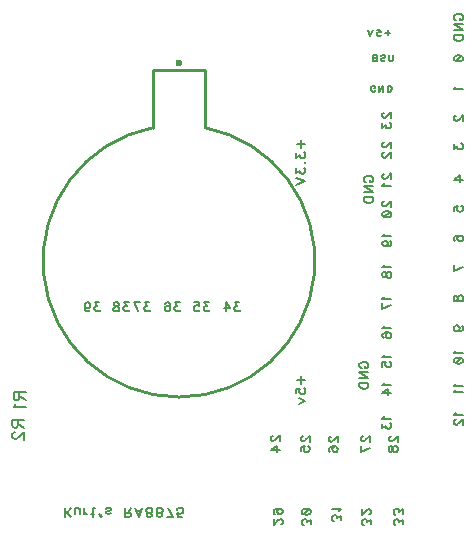
<source format=gbo>
G04 DipTrace 3.3.1.3*
G04 T4RA8875TouchShieldcastellated.gbo*
%MOIN*%
G04 #@! TF.FileFunction,Legend,Bot*
G04 #@! TF.Part,Single*
%ADD10C,0.009843*%
%ADD33C,0.023566*%
G04 #@! TA.AperFunction,Conductor*
%ADD18C,0.007*%
%ADD95C,0.006176*%
%FSLAX26Y26*%
G04*
G70*
G90*
G75*
G01*
G04 BotSilk*
%LPD*%
D33*
X1403700Y1965338D3*
X1317049Y1943185D2*
D10*
X1490351D1*
X1317049D2*
Y1750670D1*
X1490351Y1943185D2*
Y1754268D1*
X1317049Y1750670D2*
G03X1490351Y1750670I86651J-444836D01*
G01*
X872003Y868070D2*
D95*
Y850871D1*
X870057Y845123D1*
X868156Y843177D1*
X864354Y841276D1*
X860507D1*
X856704Y843177D1*
X854759Y845123D1*
X852858Y850871D1*
Y868071D1*
X893050Y868070D1*
X872003Y854673D2*
X893050Y841276D1*
X860551Y828924D2*
X858606Y825078D1*
X852902Y819330D1*
X893050D1*
X867003Y776670D2*
Y759471D1*
X865057Y753723D1*
X863156Y751777D1*
X859354Y749876D1*
X855507D1*
X851704Y751777D1*
X849759Y753723D1*
X847858Y759471D1*
Y776670D1*
X888050D1*
X867003Y763273D2*
X888050Y749876D1*
X857452Y735579D2*
X855551D1*
X851704Y733678D1*
X849803Y731776D1*
X847902Y727930D1*
Y720280D1*
X849803Y716478D1*
X851704Y714577D1*
X855551Y712631D1*
X859354D1*
X863200Y714577D1*
X868904Y718379D1*
X888050Y737524D1*
Y710730D1*
X1022558Y453318D2*
D18*
Y483462D1*
X1042654Y453318D2*
X1022558Y473414D1*
X1029721Y466218D2*
X1042654Y483462D1*
X1056654Y463366D2*
Y477725D1*
X1058080Y482003D1*
X1060965Y483462D1*
X1065276D1*
X1068128Y482003D1*
X1072439Y477725D1*
Y463366D2*
Y483462D1*
X1086439Y463366D2*
Y483462D1*
Y471988D2*
X1087898Y467677D1*
X1090750Y464792D1*
X1093635Y463366D1*
X1097946D1*
X1116257Y453318D2*
Y477725D1*
X1117683Y482003D1*
X1120568Y483462D1*
X1123420D1*
X1111946Y463366D2*
X1121994D1*
X1144616Y453351D2*
X1137420Y461973D1*
X1146042Y454777D1*
X1144616Y453351D1*
X1175827Y467677D2*
X1174401Y464792D1*
X1170090Y463366D1*
X1165779D1*
X1161468Y464792D1*
X1160042Y467677D1*
X1161468Y470529D1*
X1164353Y471988D1*
X1171516Y473414D1*
X1174401Y474840D1*
X1175827Y477725D1*
Y479151D1*
X1174401Y482003D1*
X1170090Y483462D1*
X1165779D1*
X1161468Y482003D1*
X1160042Y479151D1*
X1223724Y467677D2*
X1236624D1*
X1240935Y466218D1*
X1242394Y464792D1*
X1243820Y461940D1*
Y459055D1*
X1242394Y456203D1*
X1240935Y454744D1*
X1236624Y453318D1*
X1223724D1*
Y483462D1*
X1233772Y467677D2*
X1243820Y483462D1*
X1280801D2*
X1269294Y453318D1*
X1257820Y483462D1*
X1262131Y473414D2*
X1276490D1*
X1301964Y453351D2*
X1297686Y454777D1*
X1296227Y457629D1*
Y460514D1*
X1297686Y463366D1*
X1300538Y464825D1*
X1306275Y466251D1*
X1310586Y467677D1*
X1313438Y470562D1*
X1314864Y473414D1*
Y477725D1*
X1313438Y480577D1*
X1312012Y482036D1*
X1307701Y483462D1*
X1301964D1*
X1297686Y482036D1*
X1296227Y480577D1*
X1294801Y477725D1*
Y473414D1*
X1296227Y470562D1*
X1299112Y467677D1*
X1303390Y466251D1*
X1309127Y464825D1*
X1312012Y463366D1*
X1313438Y460514D1*
Y457629D1*
X1312012Y454777D1*
X1307701Y453351D1*
X1301964D1*
X1336027D2*
X1331749Y454777D1*
X1330290Y457629D1*
Y460514D1*
X1331749Y463366D1*
X1334601Y464825D1*
X1340338Y466251D1*
X1344649Y467677D1*
X1347501Y470562D1*
X1348927Y473414D1*
Y477725D1*
X1347501Y480577D1*
X1346075Y482036D1*
X1341764Y483462D1*
X1336027D1*
X1331749Y482036D1*
X1330290Y480577D1*
X1328864Y477725D1*
Y473414D1*
X1330290Y470562D1*
X1333175Y467677D1*
X1337453Y466251D1*
X1343190Y464825D1*
X1346075Y463366D1*
X1347501Y460514D1*
Y457629D1*
X1346075Y454777D1*
X1341764Y453351D1*
X1336027D1*
X1368664Y483462D2*
X1383023Y453351D1*
X1362927D1*
X1414233D2*
X1399908D1*
X1398482Y466251D1*
X1399908Y464825D1*
X1404219Y463366D1*
X1408496D1*
X1412807Y464825D1*
X1415693Y467677D1*
X1417119Y471988D1*
Y474840D1*
X1415693Y479151D1*
X1412807Y482036D1*
X1408497Y483462D1*
X1404219D1*
X1399908Y482036D1*
X1398482Y480577D1*
X1397023Y477725D1*
X2086891Y788294D2*
X2085432Y785409D1*
X2081154Y781098D1*
X2111265D1*
X2081154Y764213D2*
Y748461D1*
X2092628Y757050D1*
Y752739D1*
X2094054Y749887D1*
X2095480Y748461D1*
X2099791Y747002D1*
X2102643D1*
X2106954Y748461D1*
X2109839Y751313D1*
X2111265Y755624D1*
Y759935D1*
X2109839Y764213D1*
X2108380Y765639D1*
X2105528Y767098D1*
X2086891Y900517D2*
X2085432Y897631D1*
X2081154Y893320D1*
X2111265D1*
Y864961D2*
X2081154D1*
X2101217Y879320D1*
Y857799D1*
X2086891Y992564D2*
X2085432Y989679D1*
X2081154Y985368D1*
X2111265D1*
X2081154Y954157D2*
Y968483D1*
X2094054Y969909D1*
X2092628Y968483D1*
X2091169Y964172D1*
Y959894D1*
X2092628Y955583D1*
X2095480Y952698D1*
X2099791Y951272D1*
X2102643D1*
X2106954Y952698D1*
X2109839Y955583D1*
X2111265Y959894D1*
Y964172D1*
X2109839Y968483D1*
X2108380Y969909D1*
X2105528Y971368D1*
X2086891Y1089403D2*
X2085432Y1086518D1*
X2081154Y1082207D1*
X2111265D1*
X2085432Y1050996D2*
X2082580Y1052422D1*
X2081154Y1056733D1*
Y1059585D1*
X2082580Y1063896D1*
X2086891Y1066781D1*
X2094054Y1068207D1*
X2101217D1*
X2106954Y1066781D1*
X2109839Y1063896D1*
X2111265Y1059585D1*
Y1058159D1*
X2109839Y1053881D1*
X2106954Y1050996D1*
X2102643Y1049570D1*
X2101217D1*
X2096906Y1050996D1*
X2094054Y1053881D1*
X2092628Y1058159D1*
Y1059585D1*
X2094054Y1063896D1*
X2096906Y1066781D1*
X2101217Y1068207D1*
X2086891Y1187701D2*
X2085432Y1184816D1*
X2081154Y1180505D1*
X2111265D1*
Y1160768D2*
X2081154Y1146409D1*
Y1166505D1*
X2086891Y1292215D2*
X2085432Y1289330D1*
X2081154Y1285019D1*
X2111265D1*
X2081154Y1263856D2*
X2082580Y1268134D1*
X2085432Y1269593D1*
X2088317D1*
X2091169Y1268134D1*
X2092628Y1265282D1*
X2094054Y1259545D1*
X2095480Y1255234D1*
X2098365Y1252382D1*
X2101217Y1250956D1*
X2105528D1*
X2108380Y1252382D1*
X2109839Y1253808D1*
X2111265Y1258119D1*
Y1263856D1*
X2109839Y1268134D1*
X2108380Y1269593D1*
X2105528Y1271019D1*
X2101217D1*
X2098365Y1269593D1*
X2095480Y1266708D1*
X2094054Y1262430D1*
X2092628Y1256693D1*
X2091169Y1253808D1*
X2088317Y1252382D1*
X2085432D1*
X2082580Y1253808D1*
X2081154Y1258119D1*
Y1263856D1*
X2086891Y1395335D2*
X2085432Y1392450D1*
X2081154Y1388139D1*
X2111265D1*
X2091169Y1355469D2*
X2095480Y1356928D1*
X2098365Y1359780D1*
X2099791Y1364091D1*
Y1365517D1*
X2098365Y1369828D1*
X2095480Y1372680D1*
X2091169Y1374139D1*
X2089743D1*
X2085432Y1372680D1*
X2082580Y1369828D1*
X2081154Y1365517D1*
Y1364091D1*
X2082580Y1359780D1*
X2085432Y1356928D1*
X2091169Y1355469D1*
X2098365D1*
X2105528Y1356928D1*
X2109839Y1359780D1*
X2111265Y1364091D1*
Y1366943D1*
X2109839Y1371254D1*
X2106954Y1372680D1*
X2088317Y1505073D2*
X2086891D1*
X2084006Y1503647D1*
X2082580Y1502221D1*
X2081154Y1499336D1*
Y1493599D1*
X2082580Y1490748D1*
X2084006Y1489322D1*
X2086891Y1487862D1*
X2089743D1*
X2092628Y1489322D1*
X2096906Y1492173D1*
X2111265Y1506532D1*
Y1486436D1*
X2081154Y1463814D2*
X2082580Y1468126D1*
X2086891Y1471011D1*
X2094054Y1472437D1*
X2098365D1*
X2105528Y1471011D1*
X2109839Y1468125D1*
X2111265Y1463814D1*
Y1460963D1*
X2109839Y1456652D1*
X2105528Y1453800D1*
X2098365Y1452341D1*
X2094054D1*
X2086891Y1453800D1*
X2082580Y1456652D1*
X2081154Y1460963D1*
Y1463814D1*
X2086891Y1453800D2*
X2105528Y1471011D1*
X2088317Y1597121D2*
X2086891D1*
X2084006Y1595695D1*
X2082580Y1594269D1*
X2081154Y1591384D1*
Y1585647D1*
X2082580Y1582795D1*
X2084006Y1581369D1*
X2086891Y1579910D1*
X2089743D1*
X2092628Y1581369D1*
X2096906Y1584221D1*
X2111265Y1598580D1*
Y1578484D1*
X2086891Y1564484D2*
X2085432Y1561599D1*
X2081154Y1557288D1*
X2111265D1*
X2088317Y1702069D2*
X2086891D1*
X2084006Y1700643D1*
X2082580Y1699218D1*
X2081154Y1696332D1*
Y1690595D1*
X2082580Y1687744D1*
X2084006Y1686318D1*
X2086891Y1684859D1*
X2089743D1*
X2092628Y1686318D1*
X2096906Y1689170D1*
X2111265Y1703528D1*
Y1683432D1*
X2088317Y1667973D2*
X2086891D1*
X2084006Y1666548D1*
X2082580Y1665122D1*
X2081154Y1662237D1*
Y1656500D1*
X2082580Y1653648D1*
X2084006Y1652222D1*
X2086891Y1650763D1*
X2089743D1*
X2092628Y1652222D1*
X2096906Y1655074D1*
X2111265Y1669433D1*
Y1649337D1*
X2117740Y1992663D2*
Y1978315D1*
X2116789Y1975441D1*
X2114866Y1973539D1*
X2111992Y1972567D1*
X2110090D1*
X2107216Y1973539D1*
X2105293Y1975441D1*
X2104342Y1978315D1*
Y1992663D1*
X2076945Y1989789D2*
X2078846Y1991712D1*
X2081720Y1992663D1*
X2085545D1*
X2088419Y1991712D1*
X2090342Y1989789D1*
Y1987887D1*
X2089370Y1985964D1*
X2088419Y1985013D1*
X2086518Y1984063D1*
X2080770Y1982139D1*
X2078846Y1981189D1*
X2077896Y1980216D1*
X2076945Y1978315D1*
Y1975441D1*
X2078846Y1973539D1*
X2081720Y1972567D1*
X2085545D1*
X2088419Y1973539D1*
X2090342Y1975441D1*
X2062945Y1992663D2*
Y1972567D1*
X2054323D1*
X2051449Y1973539D1*
X2050498Y1974490D1*
X2049548Y1976391D1*
Y1979265D1*
X2050498Y1981189D1*
X2051449Y1982139D1*
X2054323Y1983090D1*
X2051449Y1984063D1*
X2050498Y1985013D1*
X2049548Y1986915D1*
Y1988838D1*
X2050498Y1990739D1*
X2051449Y1991712D1*
X2054323Y1992663D1*
X2062945D1*
Y1983090D2*
X2054323D1*
X2057945Y1875744D2*
X2056994Y1873842D1*
X2055071Y1871919D1*
X2053169Y1870968D1*
X2049345D1*
X2047421Y1871919D1*
X2045520Y1873842D1*
X2044547Y1875744D1*
X2043597Y1878618D1*
Y1883415D1*
X2044547Y1886267D1*
X2045520Y1888190D1*
X2047421Y1890092D1*
X2049345Y1891064D1*
X2053169D1*
X2055071Y1890092D1*
X2056994Y1888190D1*
X2057945Y1886267D1*
Y1883415D1*
X2053169D1*
X2085342Y1870968D2*
Y1891064D1*
X2071945Y1870968D1*
Y1891064D1*
X2099342Y1870968D2*
Y1891064D1*
X2106041D1*
X2108915Y1890092D1*
X2110838Y1888190D1*
X2111789Y1886267D1*
X2112739Y1883415D1*
Y1878618D1*
X2111789Y1875744D1*
X2110838Y1873842D1*
X2108915Y1871919D1*
X2106041Y1870968D1*
X2099342D1*
X2088317Y1800768D2*
X2086891D1*
X2084006Y1799342D1*
X2082580Y1797916D1*
X2081154Y1795031D1*
Y1789294D1*
X2082580Y1786442D1*
X2084006Y1785016D1*
X2086891Y1783557D1*
X2089743D1*
X2092628Y1785016D1*
X2096906Y1787868D1*
X2111265Y1802227D1*
Y1782131D1*
X2081154Y1765246D2*
Y1749494D1*
X2092628Y1758083D1*
Y1753772D1*
X2094054Y1750920D1*
X2095480Y1749494D1*
X2099791Y1748035D1*
X2102643D1*
X2106954Y1749494D1*
X2109839Y1752346D1*
X2111265Y1756657D1*
Y1760968D1*
X2109839Y1765246D1*
X2108380Y1766672D1*
X2105528Y1768131D1*
X2099141Y2075455D2*
Y2058233D1*
X2107741Y2066833D2*
X2090519D1*
X2065045Y2076881D2*
X2074596D1*
X2075547Y2068281D1*
X2074596Y2069231D1*
X2071722Y2070204D1*
X2068870D1*
X2065996Y2069231D1*
X2064073Y2067330D1*
X2063122Y2064456D1*
Y2062555D1*
X2064073Y2059681D1*
X2065996Y2057757D1*
X2068870Y2056807D1*
X2071722D1*
X2074596Y2057757D1*
X2075547Y2058730D1*
X2076519Y2060631D1*
X2049122Y2076903D2*
X2041473Y2056807D1*
X2033823Y2076903D1*
X2350276Y1577593D2*
X2320165D1*
X2340228Y1591952D1*
Y1570430D1*
X2320165Y1473233D2*
Y1487559D1*
X2333065Y1488985D1*
X2331639Y1487559D1*
X2330180Y1483248D1*
Y1478970D1*
X2331639Y1474659D1*
X2334491Y1471774D1*
X2338802Y1470348D1*
X2341653D1*
X2345964Y1471774D1*
X2348850Y1474659D1*
X2350276Y1478970D1*
Y1483248D1*
X2348850Y1487559D1*
X2347391Y1488985D1*
X2344539Y1490444D1*
X2324443Y1373152D2*
X2321591Y1374578D1*
X2320165Y1378889D1*
Y1381741D1*
X2321591Y1386052D1*
X2325902Y1388937D1*
X2333065Y1390363D1*
X2340228D1*
X2345965Y1388937D1*
X2348850Y1386052D1*
X2350276Y1381741D1*
Y1380315D1*
X2348850Y1376037D1*
X2345964Y1373152D1*
X2341653Y1371726D1*
X2340228D1*
X2335916Y1373152D1*
X2333065Y1376037D1*
X2331639Y1380315D1*
Y1381741D1*
X2333065Y1386052D1*
X2335917Y1388937D1*
X2340228Y1390363D1*
X2350276Y1286003D2*
X2320165Y1271644D1*
Y1291740D1*
Y1184495D2*
X2321591Y1188773D1*
X2324443Y1190232D1*
X2327328D1*
X2330180Y1188773D1*
X2331639Y1185921D1*
X2333065Y1180184D1*
X2334491Y1175873D1*
X2337376Y1173021D1*
X2340228Y1171595D1*
X2344539D1*
X2347390Y1173021D1*
X2348850Y1174447D1*
X2350276Y1178758D1*
Y1184495D1*
X2348850Y1188773D1*
X2347391Y1190232D1*
X2344539Y1191658D1*
X2340228D1*
X2337376Y1190232D1*
X2334491Y1187347D1*
X2333065Y1183069D1*
X2331639Y1177332D1*
X2330180Y1174447D1*
X2327328Y1173021D1*
X2324443D1*
X2321591Y1174447D1*
X2320165Y1178758D1*
Y1184495D1*
X2330180Y1072939D2*
X2334491Y1074398D1*
X2337376Y1077250D1*
X2338802Y1081561D1*
Y1082987D1*
X2337376Y1087298D1*
X2334491Y1090150D1*
X2330180Y1091609D1*
X2328754D1*
X2324443Y1090150D1*
X2321591Y1087298D1*
X2320165Y1082987D1*
Y1081561D1*
X2321591Y1077250D1*
X2324443Y1074398D1*
X2330180Y1072939D1*
X2337376D1*
X2344539Y1074398D1*
X2348850Y1077250D1*
X2350276Y1081561D1*
Y1084413D1*
X2348850Y1088724D1*
X2345965Y1090150D1*
X2325902Y1005451D2*
X2324443Y1002566D1*
X2320165Y998255D1*
X2350276D1*
X2320165Y975633D2*
X2321591Y979944D1*
X2325902Y982829D1*
X2333065Y984255D1*
X2337376D1*
X2344539Y982829D1*
X2348850Y979944D1*
X2350276Y975633D1*
Y972781D1*
X2348850Y968470D1*
X2344539Y965619D1*
X2337376Y964159D1*
X2333065D1*
X2325902Y965619D1*
X2321591Y968470D1*
X2320165Y972781D1*
Y975633D1*
X2325902Y965619D2*
X2344539Y982829D1*
X2325902Y896672D2*
X2324443Y893787D1*
X2320165Y889476D1*
X2350276D1*
X2325902Y875476D2*
X2324443Y872591D1*
X2320165Y868280D1*
X2350276D1*
X2325902Y800793D2*
X2324443Y797908D1*
X2320165Y793597D1*
X2350276D1*
X2327328Y778138D2*
X2325902D1*
X2323017Y776712D1*
X2321591Y775286D1*
X2320165Y772401D1*
Y766664D1*
X2321591Y763812D1*
X2323017Y762386D1*
X2325902Y760927D1*
X2328754D1*
X2331639Y762386D1*
X2335917Y765238D1*
X2350276Y779597D1*
Y759501D1*
X2320165Y1695398D2*
Y1679646D1*
X2331639Y1688235D1*
Y1683924D1*
X2333065Y1681072D1*
X2334491Y1679646D1*
X2338802Y1678187D1*
X2341653D1*
X2345964Y1679646D1*
X2348850Y1682498D1*
X2350276Y1686809D1*
Y1691120D1*
X2348850Y1695398D1*
X2347391Y1696824D1*
X2344539Y1698283D1*
X2327328Y1790656D2*
X2325902D1*
X2323017Y1789230D1*
X2321591Y1787804D1*
X2320165Y1784919D1*
Y1779182D1*
X2321591Y1776330D1*
X2323017Y1774904D1*
X2325902Y1773445D1*
X2328754D1*
X2331639Y1774904D1*
X2335917Y1777756D1*
X2350276Y1792115D1*
Y1772019D1*
X2325902Y1885546D2*
X2324443Y1882661D1*
X2320165Y1878350D1*
X2350276D1*
X2320165Y1983255D2*
X2321591Y1987566D1*
X2325902Y1990452D1*
X2333065Y1991877D1*
X2337376D1*
X2344539Y1990451D1*
X2348850Y1987566D1*
X2350276Y1983255D1*
Y1980403D1*
X2348850Y1976093D1*
X2344539Y1973241D1*
X2337376Y1971781D1*
X2333065D1*
X2325902Y1973241D1*
X2321591Y1976093D1*
X2320165Y1980404D1*
Y1983255D1*
X2325902Y1973241D2*
X2344539Y1990451D1*
X2327294Y2108808D2*
X2324443Y2110234D1*
X2321558Y2113119D1*
X2320132Y2115971D1*
Y2121708D1*
X2321558Y2124593D1*
X2324443Y2127445D1*
X2327294Y2128904D1*
X2331606Y2130330D1*
X2338802D1*
X2343079Y2128904D1*
X2345965Y2127445D1*
X2348816Y2124593D1*
X2350276Y2121708D1*
Y2115971D1*
X2348816Y2113119D1*
X2345965Y2110234D1*
X2343079Y2108808D1*
X2338802D1*
Y2115971D1*
X2320132Y2074712D2*
X2350276D1*
X2320132Y2094808D1*
X2350276D1*
X2320132Y2060712D2*
X2350276D1*
Y2050664D1*
X2348816Y2046353D1*
X2345965Y2043468D1*
X2343079Y2042042D1*
X2338802Y2040616D1*
X2331605D1*
X2327294Y2042042D1*
X2324443Y2043468D1*
X2321557Y2046353D1*
X2320132Y2050664D1*
Y2060712D1*
X1716614Y723659D2*
X1715188D1*
X1712303Y722233D1*
X1710877Y720808D1*
X1709451Y717922D1*
Y712185D1*
X1710877Y709334D1*
X1712303Y707908D1*
X1715188Y706448D1*
X1718040D1*
X1720925Y707908D1*
X1725203Y710759D1*
X1739562Y725118D1*
Y705022D1*
Y676664D2*
X1709451D1*
X1729514Y691023D1*
Y669501D1*
X1816603Y722233D2*
X1815177D1*
X1812292Y720808D1*
X1810866Y719382D1*
X1809440Y716496D1*
Y710760D1*
X1810866Y707908D1*
X1812292Y706482D1*
X1815177Y705023D1*
X1818029D1*
X1820914Y706482D1*
X1825192Y709334D1*
X1839551Y723693D1*
Y703597D1*
X1809440Y672386D2*
Y686712D1*
X1822340Y688138D1*
X1820914Y686712D1*
X1819455Y682401D1*
Y678123D1*
X1820914Y673812D1*
X1823766Y670927D1*
X1828077Y669501D1*
X1830929D1*
X1835240Y670927D1*
X1838125Y673812D1*
X1839551Y678123D1*
Y682400D1*
X1838125Y686712D1*
X1836666Y688137D1*
X1833814Y689597D1*
X1910343Y720774D2*
X1908917D1*
X1906032Y719348D1*
X1904606Y717922D1*
X1903180Y715037D1*
Y709300D1*
X1904606Y706449D1*
X1906032Y705023D1*
X1908917Y703563D1*
X1911769D1*
X1914654Y705023D1*
X1918932Y707874D1*
X1933291Y722233D1*
Y702137D1*
X1907458Y670927D2*
X1904606Y672353D1*
X1903180Y676664D1*
Y679515D1*
X1904606Y683827D1*
X1908917Y686712D1*
X1916080Y688138D1*
X1923243Y688137D1*
X1928980Y686712D1*
X1931865Y683826D1*
X1933291Y679515D1*
Y678089D1*
X1931865Y673812D1*
X1928980Y670927D1*
X1924669Y669501D1*
X1923243D1*
X1918932Y670927D1*
X1916080Y673812D1*
X1914654Y678090D1*
Y679515D1*
X1916080Y683826D1*
X1918932Y686712D1*
X1923243Y688137D1*
X2016582Y722233D2*
X2015156D1*
X2012271Y720808D1*
X2010845Y719382D1*
X2009419Y716496D1*
Y710760D1*
X2010845Y707908D1*
X2012271Y706482D1*
X2015156Y705023D1*
X2018008D1*
X2020893Y706482D1*
X2025171Y709334D1*
X2039530Y723693D1*
Y703597D1*
Y683860D2*
X2009419Y669501D1*
Y689597D1*
X1943122Y441561D2*
Y457312D1*
X1931648Y448724D1*
Y453035D1*
X1930222Y455886D1*
X1928797Y457312D1*
X1924486Y458772D1*
X1921634D1*
X1917323Y457312D1*
X1914438Y454461D1*
X1913012Y450150D1*
Y445839D1*
X1914438Y441561D1*
X1915897Y440135D1*
X1918749Y438676D1*
X1937385Y472771D2*
X1938845Y475657D1*
X1943122Y479968D1*
X1913012D1*
X2043112Y428661D2*
Y444413D1*
X2031638Y435824D1*
Y440135D1*
X2030212Y442987D1*
X2028786Y444413D1*
X2024475Y445872D1*
X2021623D1*
X2017312Y444413D1*
X2014427Y441561D1*
X2013001Y437250D1*
Y432939D1*
X2014427Y428661D1*
X2015886Y427235D1*
X2018738Y425776D1*
X2035949Y461331D2*
X2037375D1*
X2040260Y462757D1*
X2041686Y464183D1*
X2043112Y467068D1*
Y472805D1*
X2041686Y475657D1*
X2040260Y477083D1*
X2037375Y478542D1*
X2034523D1*
X2031638Y477083D1*
X2027360Y474231D1*
X2013001Y459872D1*
Y479968D1*
X2149351Y428661D2*
Y444413D1*
X2137877Y435824D1*
Y440135D1*
X2136451Y442987D1*
X2135025Y444413D1*
X2130714Y445872D1*
X2127862D1*
X2123551Y444413D1*
X2120666Y441561D1*
X2119240Y437250D1*
Y432939D1*
X2120666Y428661D1*
X2122125Y427235D1*
X2124977Y425776D1*
X2149351Y462757D2*
Y478508D1*
X2137877Y469920D1*
Y474231D1*
X2136451Y477083D1*
X2135025Y478508D1*
X2130714Y479968D1*
X2127862D1*
X2123551Y478508D1*
X2120666Y475657D1*
X2119240Y471346D1*
Y467035D1*
X2120666Y462757D1*
X2122125Y461331D1*
X2124977Y459872D1*
X2110322Y722200D2*
X2108896D1*
X2106011Y720774D1*
X2104585Y719348D1*
X2103159Y716463D1*
Y710726D1*
X2104585Y707874D1*
X2106011Y706449D1*
X2108896Y704989D1*
X2111748D1*
X2114633Y706448D1*
X2118911Y709300D1*
X2133270Y723659D1*
Y703563D1*
X2103159Y682401D2*
X2104585Y686678D1*
X2107437Y688138D1*
X2110322D1*
X2113174Y686678D1*
X2114633Y683826D1*
X2116059Y678090D1*
X2117485Y673779D1*
X2120370Y670927D1*
X2123222Y669501D1*
X2127533D1*
X2130385Y670927D1*
X2131844Y672353D1*
X2133270Y676664D1*
Y682400D1*
X2131844Y686678D1*
X2130385Y688137D1*
X2127533Y689563D1*
X2123222D1*
X2120370Y688137D1*
X2117485Y685252D1*
X2116059Y680975D1*
X2114633Y675238D1*
X2113174Y672353D1*
X2110322Y670927D1*
X2107437D1*
X2104585Y672353D1*
X2103159Y676664D1*
Y682401D1*
X1742230Y428661D2*
X1743656D1*
X1746541Y430087D1*
X1747967Y431513D1*
X1749393Y434398D1*
Y440135D1*
X1747967Y442987D1*
X1746541Y444413D1*
X1743656Y445872D1*
X1740804D1*
X1737919Y444413D1*
X1733641Y441561D1*
X1719282Y427202D1*
Y447298D1*
X1739378Y479968D2*
X1735067Y478508D1*
X1732182Y475657D1*
X1730756Y471346D1*
Y469920D1*
X1732182Y465609D1*
X1735067Y462757D1*
X1739378Y461298D1*
X1740804D1*
X1745115Y462757D1*
X1747967Y465609D1*
X1749393Y469920D1*
Y471346D1*
X1747967Y475657D1*
X1745115Y478508D1*
X1739378Y479968D1*
X1732182D1*
X1725019Y478508D1*
X1720708Y475657D1*
X1719282Y471346D1*
Y468494D1*
X1720708Y464183D1*
X1723593Y462757D1*
X1843133Y428661D2*
Y444413D1*
X1831659Y435824D1*
Y440135D1*
X1830233Y442987D1*
X1828807Y444413D1*
X1824496Y445872D1*
X1821644D1*
X1817333Y444413D1*
X1814448Y441561D1*
X1813022Y437250D1*
Y432939D1*
X1814448Y428661D1*
X1815907Y427235D1*
X1818759Y425776D1*
X1843133Y468494D2*
X1841707Y464183D1*
X1837396Y461298D1*
X1830233Y459872D1*
X1825922D1*
X1818759Y461298D1*
X1814448Y464183D1*
X1813022Y468494D1*
Y471346D1*
X1814448Y475657D1*
X1818759Y478508D1*
X1825922Y479968D1*
X1830233D1*
X1837396Y478508D1*
X1841707Y475657D1*
X1843133Y471346D1*
Y468494D1*
X1837396Y478508D2*
X1818759Y461298D1*
X1604876Y1168214D2*
X1589125D1*
X1597714Y1156740D1*
X1593403D1*
X1590551Y1155314D1*
X1589125Y1153888D1*
X1587666Y1149577D1*
Y1146726D1*
X1589125Y1142415D1*
X1591977Y1139529D1*
X1596288Y1138103D1*
X1600599D1*
X1604876Y1139529D1*
X1606302Y1140989D1*
X1607762Y1143840D1*
X1559307Y1138103D2*
Y1168214D1*
X1573666Y1148151D1*
X1552144D1*
X1503368Y1168214D2*
X1487616D1*
X1496205Y1156740D1*
X1491894D1*
X1489042Y1155314D1*
X1487616Y1153888D1*
X1486157Y1149577D1*
Y1146726D1*
X1487616Y1142415D1*
X1490468Y1139529D1*
X1494779Y1138103D1*
X1499090D1*
X1503368Y1139529D1*
X1504794Y1140989D1*
X1506253Y1143840D1*
X1454946Y1168214D2*
X1469272D1*
X1470698Y1155314D1*
X1469272Y1156740D1*
X1464961Y1158199D1*
X1460683D1*
X1456372Y1156740D1*
X1453487Y1153888D1*
X1452061Y1149577D1*
Y1146726D1*
X1453487Y1142415D1*
X1456372Y1139529D1*
X1460683Y1138103D1*
X1464961D1*
X1469272Y1139529D1*
X1470698Y1140989D1*
X1472157Y1143840D1*
X1405722Y1168214D2*
X1389971D1*
X1398559Y1156740D1*
X1394248D1*
X1391396Y1155314D1*
X1389971Y1153888D1*
X1388511Y1149577D1*
Y1146726D1*
X1389971Y1142415D1*
X1392822Y1139529D1*
X1397133Y1138103D1*
X1401444D1*
X1405722Y1139529D1*
X1407148Y1140989D1*
X1408607Y1143840D1*
X1357300Y1163936D2*
X1358726Y1166788D1*
X1363037Y1168214D1*
X1365889D1*
X1370200Y1166788D1*
X1373085Y1162477D1*
X1374511Y1155314D1*
Y1148151D1*
X1373085Y1142415D1*
X1370200Y1139529D1*
X1365889Y1138103D1*
X1364463D1*
X1360186Y1139529D1*
X1357300Y1142415D1*
X1355875Y1146726D1*
Y1148151D1*
X1357300Y1152463D1*
X1360186Y1155314D1*
X1364463Y1156740D1*
X1365889D1*
X1370200Y1155314D1*
X1373085Y1152463D1*
X1374511Y1148151D1*
X1304663Y1168214D2*
X1288911D1*
X1297500Y1156740D1*
X1293189D1*
X1290337Y1155314D1*
X1288911Y1153888D1*
X1287452Y1149577D1*
Y1146726D1*
X1288911Y1142415D1*
X1291763Y1139529D1*
X1296074Y1138103D1*
X1300385D1*
X1304663Y1139529D1*
X1306089Y1140989D1*
X1307548Y1143840D1*
X1267715Y1138103D2*
X1253356Y1168214D1*
X1273452D1*
X1235850D2*
X1220099D1*
X1228687Y1156740D1*
X1224376D1*
X1221525Y1155314D1*
X1220099Y1153888D1*
X1218639Y1149577D1*
Y1146726D1*
X1220099Y1142415D1*
X1222951Y1139529D1*
X1227262Y1138103D1*
X1231573D1*
X1235850Y1139529D1*
X1237276Y1140989D1*
X1238735Y1143840D1*
X1197477Y1168214D2*
X1201754Y1166788D1*
X1203214Y1163936D1*
Y1161051D1*
X1201754Y1158199D1*
X1198903Y1156740D1*
X1193166Y1155314D1*
X1188855Y1153888D1*
X1186003Y1151003D1*
X1184577Y1148151D1*
Y1143840D1*
X1186003Y1140989D1*
X1187429Y1139529D1*
X1191740Y1138103D1*
X1197477D1*
X1201754Y1139529D1*
X1203214Y1140989D1*
X1204639Y1143840D1*
Y1148151D1*
X1203214Y1151003D1*
X1200328Y1153888D1*
X1196051Y1155314D1*
X1190314Y1156740D1*
X1187429Y1158199D1*
X1186003Y1161051D1*
Y1163936D1*
X1187429Y1166788D1*
X1191740Y1168214D1*
X1197477D1*
X1138578D2*
X1122827D1*
X1131415Y1156740D1*
X1127104D1*
X1124252Y1155314D1*
X1122827Y1153888D1*
X1121367Y1149577D1*
Y1146726D1*
X1122827Y1142415D1*
X1125678Y1139529D1*
X1129989Y1138103D1*
X1134300D1*
X1138578Y1139529D1*
X1140004Y1140989D1*
X1141463Y1143840D1*
X1088697Y1158199D2*
X1090156Y1153888D1*
X1093008Y1151003D1*
X1097319Y1149577D1*
X1098745D1*
X1103056Y1151003D1*
X1105908Y1153888D1*
X1107367Y1158199D1*
Y1159625D1*
X1105908Y1163936D1*
X1103056Y1166788D1*
X1098745Y1168214D1*
X1097319D1*
X1093008Y1166788D1*
X1090156Y1163936D1*
X1088697Y1158199D1*
Y1151003D1*
X1090156Y1143840D1*
X1093008Y1139529D1*
X1097319Y1138103D1*
X1100171D1*
X1104482Y1139529D1*
X1105908Y1142415D1*
X2027294Y1568808D2*
X2024443Y1570234D1*
X2021558Y1573119D1*
X2020132Y1575971D1*
Y1581708D1*
X2021558Y1584593D1*
X2024443Y1587445D1*
X2027294Y1588904D1*
X2031606Y1590330D1*
X2038802D1*
X2043079Y1588904D1*
X2045965Y1587445D1*
X2048816Y1584593D1*
X2050276Y1581708D1*
Y1575971D1*
X2048816Y1573119D1*
X2045965Y1570234D1*
X2043079Y1568808D1*
X2038802D1*
Y1575971D1*
X2020132Y1534712D2*
X2050276D1*
X2020132Y1554808D1*
X2050276D1*
X2020132Y1520712D2*
X2050276D1*
Y1510664D1*
X2048816Y1506353D1*
X2045965Y1503468D1*
X2043079Y1502042D1*
X2038802Y1500616D1*
X2031605D1*
X2027294Y1502042D1*
X2024443Y1503468D1*
X2021557Y1506353D1*
X2020132Y1510664D1*
Y1520712D1*
X2012294Y948808D2*
X2009443Y950234D1*
X2006558Y953119D1*
X2005132Y955971D1*
Y961708D1*
X2006558Y964593D1*
X2009443Y967445D1*
X2012294Y968904D1*
X2016606Y970330D1*
X2023802D1*
X2028079Y968904D1*
X2030965Y967445D1*
X2033816Y964593D1*
X2035276Y961708D1*
Y955971D1*
X2033816Y953119D1*
X2030965Y950234D1*
X2028079Y948808D1*
X2023802D1*
Y955971D1*
X2005132Y914712D2*
X2035276D1*
X2005132Y934808D1*
X2035276D1*
X2005132Y900712D2*
X2035276D1*
Y890664D1*
X2033816Y886353D1*
X2030965Y883468D1*
X2028079Y882042D1*
X2023802Y880616D1*
X2016605D1*
X2012294Y882042D1*
X2009443Y883468D1*
X2006557Y886353D1*
X2005132Y890664D1*
Y900712D1*
X1797304Y908856D2*
X1823137D1*
X1810237Y921756D2*
Y895923D1*
X1795165Y864712D2*
Y879038D1*
X1808065Y880464D1*
X1806639Y879038D1*
X1805180Y874727D1*
Y870449D1*
X1806639Y866138D1*
X1809491Y863253D1*
X1813802Y861827D1*
X1816654D1*
X1820965Y863253D1*
X1823850Y866138D1*
X1825276Y870449D1*
Y874727D1*
X1823850Y879038D1*
X1822390Y880464D1*
X1819539Y881923D1*
X1805180Y847827D2*
X1825276Y839205D1*
X1805180Y830616D1*
X1797304Y1695574D2*
X1823137D1*
X1810237Y1708474D2*
Y1682641D1*
X1795165Y1665756D2*
Y1650004D1*
X1806639Y1658593D1*
Y1654282D1*
X1808065Y1651430D1*
X1809491Y1650004D1*
X1813802Y1648545D1*
X1816653D1*
X1820965Y1650004D1*
X1823850Y1652856D1*
X1825276Y1657167D1*
Y1661478D1*
X1823850Y1665756D1*
X1822390Y1667182D1*
X1819539Y1668641D1*
X1822390Y1633119D2*
X1823850Y1634545D1*
X1825276Y1633119D1*
X1823850Y1631660D1*
X1822390Y1633119D1*
X1795165Y1614775D2*
Y1599023D1*
X1806639Y1607612D1*
Y1603301D1*
X1808065Y1600449D1*
X1809491Y1599023D1*
X1813802Y1597564D1*
X1816654D1*
X1820965Y1599023D1*
X1823850Y1601875D1*
X1825276Y1606186D1*
Y1610497D1*
X1823850Y1614775D1*
X1822390Y1616201D1*
X1819539Y1617660D1*
X1795132Y1583564D2*
X1825276Y1572090D1*
X1795132Y1560616D1*
M02*

</source>
